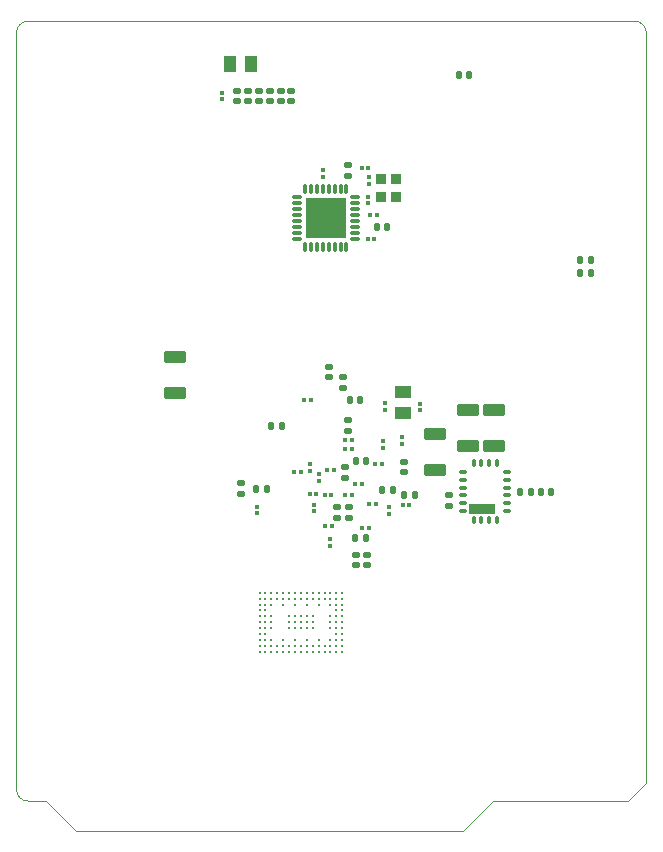
<source format=gbp>
%FSLAX44Y44*%
%MOMM*%
G71*
G01*
G75*
G04 Layer_Color=128*
%ADD10C,0.1500*%
G04:AMPARAMS|DCode=11|XSize=1.82mm|YSize=1.07mm|CornerRadius=0.107mm|HoleSize=0mm|Usage=FLASHONLY|Rotation=180.000|XOffset=0mm|YOffset=0mm|HoleType=Round|Shape=RoundedRectangle|*
%AMROUNDEDRECTD11*
21,1,1.8200,0.8560,0,0,180.0*
21,1,1.6060,1.0700,0,0,180.0*
1,1,0.2140,-0.8030,0.4280*
1,1,0.2140,0.8030,0.4280*
1,1,0.2140,0.8030,-0.4280*
1,1,0.2140,-0.8030,-0.4280*
%
%ADD11ROUNDEDRECTD11*%
G04:AMPARAMS|DCode=12|XSize=0.8mm|YSize=0.8mm|CornerRadius=0.08mm|HoleSize=0mm|Usage=FLASHONLY|Rotation=0.000|XOffset=0mm|YOffset=0mm|HoleType=Round|Shape=RoundedRectangle|*
%AMROUNDEDRECTD12*
21,1,0.8000,0.6400,0,0,0.0*
21,1,0.6400,0.8000,0,0,0.0*
1,1,0.1600,0.3200,-0.3200*
1,1,0.1600,-0.3200,-0.3200*
1,1,0.1600,-0.3200,0.3200*
1,1,0.1600,0.3200,0.3200*
%
%ADD12ROUNDEDRECTD12*%
G04:AMPARAMS|DCode=13|XSize=2mm|YSize=1.1mm|CornerRadius=0.11mm|HoleSize=0mm|Usage=FLASHONLY|Rotation=0.000|XOffset=0mm|YOffset=0mm|HoleType=Round|Shape=RoundedRectangle|*
%AMROUNDEDRECTD13*
21,1,2.0000,0.8800,0,0,0.0*
21,1,1.7800,1.1000,0,0,0.0*
1,1,0.2200,0.8900,-0.4400*
1,1,0.2200,-0.8900,-0.4400*
1,1,0.2200,-0.8900,0.4400*
1,1,0.2200,0.8900,0.4400*
%
%ADD13ROUNDEDRECTD13*%
G04:AMPARAMS|DCode=14|XSize=0.6mm|YSize=0.5mm|CornerRadius=0.05mm|HoleSize=0mm|Usage=FLASHONLY|Rotation=180.000|XOffset=0mm|YOffset=0mm|HoleType=Round|Shape=RoundedRectangle|*
%AMROUNDEDRECTD14*
21,1,0.6000,0.4000,0,0,180.0*
21,1,0.5000,0.5000,0,0,180.0*
1,1,0.1000,-0.2500,0.2000*
1,1,0.1000,0.2500,0.2000*
1,1,0.1000,0.2500,-0.2000*
1,1,0.1000,-0.2500,-0.2000*
%
%ADD14ROUNDEDRECTD14*%
G04:AMPARAMS|DCode=15|XSize=0.4mm|YSize=0.37mm|CornerRadius=0.037mm|HoleSize=0mm|Usage=FLASHONLY|Rotation=180.000|XOffset=0mm|YOffset=0mm|HoleType=Round|Shape=RoundedRectangle|*
%AMROUNDEDRECTD15*
21,1,0.4000,0.2960,0,0,180.0*
21,1,0.3260,0.3700,0,0,180.0*
1,1,0.0740,-0.1630,0.1480*
1,1,0.0740,0.1630,0.1480*
1,1,0.0740,0.1630,-0.1480*
1,1,0.0740,-0.1630,-0.1480*
%
%ADD15ROUNDEDRECTD15*%
G04:AMPARAMS|DCode=16|XSize=0.4mm|YSize=0.37mm|CornerRadius=0.037mm|HoleSize=0mm|Usage=FLASHONLY|Rotation=90.000|XOffset=0mm|YOffset=0mm|HoleType=Round|Shape=RoundedRectangle|*
%AMROUNDEDRECTD16*
21,1,0.4000,0.2960,0,0,90.0*
21,1,0.3260,0.3700,0,0,90.0*
1,1,0.0740,0.1480,0.1630*
1,1,0.0740,0.1480,-0.1630*
1,1,0.0740,-0.1480,-0.1630*
1,1,0.0740,-0.1480,0.1630*
%
%ADD16ROUNDEDRECTD16*%
G04:AMPARAMS|DCode=17|XSize=1.38mm|YSize=1.05mm|CornerRadius=0.105mm|HoleSize=0mm|Usage=FLASHONLY|Rotation=180.000|XOffset=0mm|YOffset=0mm|HoleType=Round|Shape=RoundedRectangle|*
%AMROUNDEDRECTD17*
21,1,1.3800,0.8400,0,0,180.0*
21,1,1.1700,1.0500,0,0,180.0*
1,1,0.2100,-0.5850,0.4200*
1,1,0.2100,0.5850,0.4200*
1,1,0.2100,0.5850,-0.4200*
1,1,0.2100,-0.5850,-0.4200*
%
%ADD17ROUNDEDRECTD17*%
%ADD18O,1.4000X0.6000*%
G04:AMPARAMS|DCode=19|XSize=1mm|YSize=1mm|CornerRadius=0.25mm|HoleSize=0mm|Usage=FLASHONLY|Rotation=180.000|XOffset=0mm|YOffset=0mm|HoleType=Round|Shape=RoundedRectangle|*
%AMROUNDEDRECTD19*
21,1,1.0000,0.5000,0,0,180.0*
21,1,0.5000,1.0000,0,0,180.0*
1,1,0.5000,-0.2500,0.2500*
1,1,0.5000,0.2500,0.2500*
1,1,0.5000,0.2500,-0.2500*
1,1,0.5000,-0.2500,-0.2500*
%
%ADD19ROUNDEDRECTD19*%
G04:AMPARAMS|DCode=20|XSize=1mm|YSize=1.4mm|CornerRadius=0.25mm|HoleSize=0mm|Usage=FLASHONLY|Rotation=180.000|XOffset=0mm|YOffset=0mm|HoleType=Round|Shape=RoundedRectangle|*
%AMROUNDEDRECTD20*
21,1,1.0000,0.9000,0,0,180.0*
21,1,0.5000,1.4000,0,0,180.0*
1,1,0.5000,-0.2500,0.4500*
1,1,0.5000,0.2500,0.4500*
1,1,0.5000,0.2500,-0.4500*
1,1,0.5000,-0.2500,-0.4500*
%
%ADD20ROUNDEDRECTD20*%
%ADD21O,0.8200X0.2700*%
%ADD22O,0.2700X0.8200*%
%ADD23R,4.4500X4.4500*%
%ADD24R,0.7400X0.5400*%
G04:AMPARAMS|DCode=25|XSize=0.93mm|YSize=0.89mm|CornerRadius=0.089mm|HoleSize=0mm|Usage=FLASHONLY|Rotation=180.000|XOffset=0mm|YOffset=0mm|HoleType=Round|Shape=RoundedRectangle|*
%AMROUNDEDRECTD25*
21,1,0.9300,0.7120,0,0,180.0*
21,1,0.7520,0.8900,0,0,180.0*
1,1,0.1780,-0.3760,0.3560*
1,1,0.1780,0.3760,0.3560*
1,1,0.1780,0.3760,-0.3560*
1,1,0.1780,-0.3760,-0.3560*
%
%ADD25ROUNDEDRECTD25*%
G04:AMPARAMS|DCode=26|XSize=1.9mm|YSize=1.35mm|CornerRadius=0.135mm|HoleSize=0mm|Usage=FLASHONLY|Rotation=180.000|XOffset=0mm|YOffset=0mm|HoleType=Round|Shape=RoundedRectangle|*
%AMROUNDEDRECTD26*
21,1,1.9000,1.0800,0,0,180.0*
21,1,1.6300,1.3500,0,0,180.0*
1,1,0.2700,-0.8150,0.5400*
1,1,0.2700,0.8150,0.5400*
1,1,0.2700,0.8150,-0.5400*
1,1,0.2700,-0.8150,-0.5400*
%
%ADD26ROUNDEDRECTD26*%
G04:AMPARAMS|DCode=27|XSize=1.2mm|YSize=1mm|CornerRadius=0.1mm|HoleSize=0mm|Usage=FLASHONLY|Rotation=180.000|XOffset=0mm|YOffset=0mm|HoleType=Round|Shape=RoundedRectangle|*
%AMROUNDEDRECTD27*
21,1,1.2000,0.8000,0,0,180.0*
21,1,1.0000,1.0000,0,0,180.0*
1,1,0.2000,-0.5000,0.4000*
1,1,0.2000,0.5000,0.4000*
1,1,0.2000,0.5000,-0.4000*
1,1,0.2000,-0.5000,-0.4000*
%
%ADD27ROUNDEDRECTD27*%
G04:AMPARAMS|DCode=28|XSize=0.75mm|YSize=1.1mm|CornerRadius=0.075mm|HoleSize=0mm|Usage=FLASHONLY|Rotation=180.000|XOffset=0mm|YOffset=0mm|HoleType=Round|Shape=RoundedRectangle|*
%AMROUNDEDRECTD28*
21,1,0.7500,0.9500,0,0,180.0*
21,1,0.6000,1.1000,0,0,180.0*
1,1,0.1500,-0.3000,0.4750*
1,1,0.1500,0.3000,0.4750*
1,1,0.1500,0.3000,-0.4750*
1,1,0.1500,-0.3000,-0.4750*
%
%ADD28ROUNDEDRECTD28*%
G04:AMPARAMS|DCode=29|XSize=1.8mm|YSize=1.17mm|CornerRadius=0.117mm|HoleSize=0mm|Usage=FLASHONLY|Rotation=90.000|XOffset=0mm|YOffset=0mm|HoleType=Round|Shape=RoundedRectangle|*
%AMROUNDEDRECTD29*
21,1,1.8000,0.9360,0,0,90.0*
21,1,1.5660,1.1700,0,0,90.0*
1,1,0.2340,0.4680,0.7830*
1,1,0.2340,0.4680,-0.7830*
1,1,0.2340,-0.4680,-0.7830*
1,1,0.2340,-0.4680,0.7830*
%
%ADD29ROUNDEDRECTD29*%
G04:AMPARAMS|DCode=30|XSize=1.55mm|YSize=1.35mm|CornerRadius=0.135mm|HoleSize=0mm|Usage=FLASHONLY|Rotation=180.000|XOffset=0mm|YOffset=0mm|HoleType=Round|Shape=RoundedRectangle|*
%AMROUNDEDRECTD30*
21,1,1.5500,1.0800,0,0,180.0*
21,1,1.2800,1.3500,0,0,180.0*
1,1,0.2700,-0.6400,0.5400*
1,1,0.2700,0.6400,0.5400*
1,1,0.2700,0.6400,-0.5400*
1,1,0.2700,-0.6400,-0.5400*
%
%ADD30ROUNDEDRECTD30*%
%ADD31C,0.3500*%
G04:AMPARAMS|DCode=32|XSize=0.6mm|YSize=0.5mm|CornerRadius=0.05mm|HoleSize=0mm|Usage=FLASHONLY|Rotation=90.000|XOffset=0mm|YOffset=0mm|HoleType=Round|Shape=RoundedRectangle|*
%AMROUNDEDRECTD32*
21,1,0.6000,0.4000,0,0,90.0*
21,1,0.5000,0.5000,0,0,90.0*
1,1,0.1000,0.2000,0.2500*
1,1,0.1000,0.2000,-0.2500*
1,1,0.1000,-0.2000,-0.2500*
1,1,0.1000,-0.2000,0.2500*
%
%ADD32ROUNDEDRECTD32*%
G04:AMPARAMS|DCode=33|XSize=0.41mm|YSize=0.37mm|CornerRadius=0.037mm|HoleSize=0mm|Usage=FLASHONLY|Rotation=180.000|XOffset=0mm|YOffset=0mm|HoleType=Round|Shape=RoundedRectangle|*
%AMROUNDEDRECTD33*
21,1,0.4100,0.2960,0,0,180.0*
21,1,0.3360,0.3700,0,0,180.0*
1,1,0.0740,-0.1680,0.1480*
1,1,0.0740,0.1680,0.1480*
1,1,0.0740,0.1680,-0.1480*
1,1,0.0740,-0.1680,-0.1480*
%
%ADD33ROUNDEDRECTD33*%
G04:AMPARAMS|DCode=34|XSize=0.3mm|YSize=0.6mm|CornerRadius=0.0495mm|HoleSize=0mm|Usage=FLASHONLY|Rotation=90.000|XOffset=0mm|YOffset=0mm|HoleType=Round|Shape=RoundedRectangle|*
%AMROUNDEDRECTD34*
21,1,0.3000,0.5010,0,0,90.0*
21,1,0.2010,0.6000,0,0,90.0*
1,1,0.0990,0.2505,0.1005*
1,1,0.0990,0.2505,-0.1005*
1,1,0.0990,-0.2505,-0.1005*
1,1,0.0990,-0.2505,0.1005*
%
%ADD34ROUNDEDRECTD34*%
G04:AMPARAMS|DCode=35|XSize=0.3mm|YSize=0.6mm|CornerRadius=0.0495mm|HoleSize=0mm|Usage=FLASHONLY|Rotation=0.000|XOffset=0mm|YOffset=0mm|HoleType=Round|Shape=RoundedRectangle|*
%AMROUNDEDRECTD35*
21,1,0.3000,0.5010,0,0,0.0*
21,1,0.2010,0.6000,0,0,0.0*
1,1,0.0990,0.1005,-0.2505*
1,1,0.0990,-0.1005,-0.2505*
1,1,0.0990,-0.1005,0.2505*
1,1,0.0990,0.1005,0.2505*
%
%ADD35ROUNDEDRECTD35*%
%ADD36R,0.9000X2.2500*%
%ADD37R,2.2500X0.9000*%
%ADD38R,1.5500X1.8500*%
%ADD39O,1.4500X0.4500*%
G04:AMPARAMS|DCode=40|XSize=1mm|YSize=1.4mm|CornerRadius=0.25mm|HoleSize=0mm|Usage=FLASHONLY|Rotation=90.000|XOffset=0mm|YOffset=0mm|HoleType=Round|Shape=RoundedRectangle|*
%AMROUNDEDRECTD40*
21,1,1.0000,0.9000,0,0,90.0*
21,1,0.5000,1.4000,0,0,90.0*
1,1,0.5000,0.4500,0.2500*
1,1,0.5000,0.4500,-0.2500*
1,1,0.5000,-0.4500,-0.2500*
1,1,0.5000,-0.4500,0.2500*
%
%ADD40ROUNDEDRECTD40*%
G04:AMPARAMS|DCode=41|XSize=1mm|YSize=1mm|CornerRadius=0.25mm|HoleSize=0mm|Usage=FLASHONLY|Rotation=90.000|XOffset=0mm|YOffset=0mm|HoleType=Round|Shape=RoundedRectangle|*
%AMROUNDEDRECTD41*
21,1,1.0000,0.5000,0,0,90.0*
21,1,0.5000,1.0000,0,0,90.0*
1,1,0.5000,0.2500,0.2500*
1,1,0.5000,0.2500,-0.2500*
1,1,0.5000,-0.2500,-0.2500*
1,1,0.5000,-0.2500,0.2500*
%
%ADD41ROUNDEDRECTD41*%
%ADD42O,0.4000X0.9500*%
%ADD43O,0.6000X1.6000*%
G04:AMPARAMS|DCode=44|XSize=1.82mm|YSize=1.07mm|CornerRadius=0.107mm|HoleSize=0mm|Usage=FLASHONLY|Rotation=270.000|XOffset=0mm|YOffset=0mm|HoleType=Round|Shape=RoundedRectangle|*
%AMROUNDEDRECTD44*
21,1,1.8200,0.8560,0,0,270.0*
21,1,1.6060,1.0700,0,0,270.0*
1,1,0.2140,-0.4280,-0.8030*
1,1,0.2140,-0.4280,0.8030*
1,1,0.2140,0.4280,0.8030*
1,1,0.2140,0.4280,-0.8030*
%
%ADD44ROUNDEDRECTD44*%
%ADD45C,1.0000*%
G04:AMPARAMS|DCode=46|XSize=2.1mm|YSize=1.6mm|CornerRadius=0.4mm|HoleSize=0mm|Usage=FLASHONLY|Rotation=180.000|XOffset=0mm|YOffset=0mm|HoleType=Round|Shape=RoundedRectangle|*
%AMROUNDEDRECTD46*
21,1,2.1000,0.8000,0,0,180.0*
21,1,1.3000,1.6000,0,0,180.0*
1,1,0.8000,-0.6500,0.4000*
1,1,0.8000,0.6500,0.4000*
1,1,0.8000,0.6500,-0.4000*
1,1,0.8000,-0.6500,-0.4000*
%
%ADD46ROUNDEDRECTD46*%
%ADD47O,0.4000X1.3500*%
G04:AMPARAMS|DCode=48|XSize=1.8mm|YSize=1.9mm|CornerRadius=0.45mm|HoleSize=0mm|Usage=FLASHONLY|Rotation=180.000|XOffset=0mm|YOffset=0mm|HoleType=Round|Shape=RoundedRectangle|*
%AMROUNDEDRECTD48*
21,1,1.8000,1.0000,0,0,180.0*
21,1,0.9000,1.9000,0,0,180.0*
1,1,0.9000,-0.4500,0.5000*
1,1,0.9000,0.4500,0.5000*
1,1,0.9000,0.4500,-0.5000*
1,1,0.9000,-0.4500,-0.5000*
%
%ADD48ROUNDEDRECTD48*%
%ADD49R,1.9000X1.9000*%
G04:AMPARAMS|DCode=50|XSize=0.9mm|YSize=0.8mm|CornerRadius=0.08mm|HoleSize=0mm|Usage=FLASHONLY|Rotation=90.000|XOffset=0mm|YOffset=0mm|HoleType=Round|Shape=RoundedRectangle|*
%AMROUNDEDRECTD50*
21,1,0.9000,0.6400,0,0,90.0*
21,1,0.7400,0.8000,0,0,90.0*
1,1,0.1600,0.3200,0.3700*
1,1,0.1600,0.3200,-0.3700*
1,1,0.1600,-0.3200,-0.3700*
1,1,0.1600,-0.3200,0.3700*
%
%ADD50ROUNDEDRECTD50*%
G04:AMPARAMS|DCode=51|XSize=0.9mm|YSize=1mm|CornerRadius=0.09mm|HoleSize=0mm|Usage=FLASHONLY|Rotation=180.000|XOffset=0mm|YOffset=0mm|HoleType=Round|Shape=RoundedRectangle|*
%AMROUNDEDRECTD51*
21,1,0.9000,0.8200,0,0,180.0*
21,1,0.7200,1.0000,0,0,180.0*
1,1,0.1800,-0.3600,0.4100*
1,1,0.1800,0.3600,0.4100*
1,1,0.1800,0.3600,-0.4100*
1,1,0.1800,-0.3600,-0.4100*
%
%ADD51ROUNDEDRECTD51*%
G04:AMPARAMS|DCode=52|XSize=1.7mm|YSize=0.55mm|CornerRadius=0.055mm|HoleSize=0mm|Usage=FLASHONLY|Rotation=180.000|XOffset=0mm|YOffset=0mm|HoleType=Round|Shape=RoundedRectangle|*
%AMROUNDEDRECTD52*
21,1,1.7000,0.4400,0,0,180.0*
21,1,1.5900,0.5500,0,0,180.0*
1,1,0.1100,-0.7950,0.2200*
1,1,0.1100,0.7950,0.2200*
1,1,0.1100,0.7950,-0.2200*
1,1,0.1100,-0.7950,-0.2200*
%
%ADD52ROUNDEDRECTD52*%
%ADD53O,1.5500X0.6000*%
G04:AMPARAMS|DCode=54|XSize=0.93mm|YSize=0.89mm|CornerRadius=0.089mm|HoleSize=0mm|Usage=FLASHONLY|Rotation=90.000|XOffset=0mm|YOffset=0mm|HoleType=Round|Shape=RoundedRectangle|*
%AMROUNDEDRECTD54*
21,1,0.9300,0.7120,0,0,90.0*
21,1,0.7520,0.8900,0,0,90.0*
1,1,0.1780,0.3560,0.3760*
1,1,0.1780,0.3560,-0.3760*
1,1,0.1780,-0.3560,-0.3760*
1,1,0.1780,-0.3560,0.3760*
%
%ADD54ROUNDEDRECTD54*%
%ADD55C,0.1000*%
%ADD56C,0.2000*%
%ADD57C,0.5000*%
%ADD58C,0.3000*%
%ADD59C,0.4000*%
%ADD60C,0.0750*%
%ADD61C,0.0800*%
%ADD62C,0.7000*%
%ADD63C,0.1200*%
%ADD64C,1.5000*%
%ADD65R,1.3500X1.3500*%
%ADD66R,1.5000X1.5000*%
%ADD67R,1.5000X1.5000*%
%ADD68C,0.4500*%
%ADD69C,0.6000*%
G04:AMPARAMS|DCode=70|XSize=1.38mm|YSize=1.05mm|CornerRadius=0.105mm|HoleSize=0mm|Usage=FLASHONLY|Rotation=270.000|XOffset=0mm|YOffset=0mm|HoleType=Round|Shape=RoundedRectangle|*
%AMROUNDEDRECTD70*
21,1,1.3800,0.8400,0,0,270.0*
21,1,1.1700,1.0500,0,0,270.0*
1,1,0.2100,-0.4200,-0.5850*
1,1,0.2100,-0.4200,0.5850*
1,1,0.2100,0.4200,0.5850*
1,1,0.2100,0.4200,-0.5850*
%
%ADD70ROUNDEDRECTD70*%
%ADD71O,0.2600X0.9000*%
%ADD72O,0.9000X0.2600*%
%ADD73R,3.4500X3.4500*%
%ADD74C,0.2500*%
%ADD75C,0.2500*%
%ADD76C,2.0000*%
%ADD77C,0.2000*%
D11*
X134500Y371050D02*
D03*
Y401550D02*
D03*
X404700Y356950D02*
D03*
Y326450D02*
D03*
X382200Y356950D02*
D03*
Y326450D02*
D03*
X354200Y336150D02*
D03*
Y305650D02*
D03*
D14*
X214900Y626800D02*
D03*
Y617800D02*
D03*
X223900Y626800D02*
D03*
Y617800D02*
D03*
X232900Y626800D02*
D03*
Y617800D02*
D03*
X187200Y626800D02*
D03*
Y617800D02*
D03*
X196200Y626800D02*
D03*
Y617800D02*
D03*
X205500Y626800D02*
D03*
Y617800D02*
D03*
X287180Y234130D02*
D03*
Y225130D02*
D03*
X190200Y285400D02*
D03*
Y294400D02*
D03*
X271260Y265520D02*
D03*
Y274520D02*
D03*
X281320D02*
D03*
Y265520D02*
D03*
X280900Y338800D02*
D03*
Y347800D02*
D03*
X327900Y303900D02*
D03*
Y312900D02*
D03*
X276800Y375100D02*
D03*
Y384100D02*
D03*
X264900Y384300D02*
D03*
Y393300D02*
D03*
X296520Y225000D02*
D03*
Y234000D02*
D03*
X278400Y299400D02*
D03*
Y308400D02*
D03*
X280600Y564000D02*
D03*
Y555000D02*
D03*
X366700Y284200D02*
D03*
Y275200D02*
D03*
D15*
X342100Y362050D02*
D03*
Y356350D02*
D03*
X326600Y333450D02*
D03*
Y327750D02*
D03*
X312400Y362150D02*
D03*
Y356450D02*
D03*
X249000Y305050D02*
D03*
Y310750D02*
D03*
X256200Y296550D02*
D03*
Y302250D02*
D03*
X265200Y241370D02*
D03*
Y247070D02*
D03*
X315500Y268450D02*
D03*
Y274150D02*
D03*
X310100Y330200D02*
D03*
Y324500D02*
D03*
X251960Y276470D02*
D03*
Y270770D02*
D03*
X298000Y537250D02*
D03*
Y531550D02*
D03*
X259700Y554050D02*
D03*
Y559750D02*
D03*
X298500Y553750D02*
D03*
Y548050D02*
D03*
X204100Y268950D02*
D03*
Y274650D02*
D03*
X174000Y625250D02*
D03*
Y619550D02*
D03*
D16*
X309650Y311200D02*
D03*
X303950D02*
D03*
X243550Y364600D02*
D03*
X249250D02*
D03*
X292350Y561300D02*
D03*
X298050D02*
D03*
X278050Y331300D02*
D03*
X283750D02*
D03*
Y284800D02*
D03*
X278050D02*
D03*
X304190Y277270D02*
D03*
X298490D02*
D03*
X248250Y285300D02*
D03*
X253950D02*
D03*
X266650Y284400D02*
D03*
X260950D02*
D03*
X278050Y323800D02*
D03*
X283750D02*
D03*
X292450Y293700D02*
D03*
X286750D02*
D03*
X299450Y521800D02*
D03*
X305150D02*
D03*
X263150Y305500D02*
D03*
X268850D02*
D03*
X267110Y258080D02*
D03*
X261410D02*
D03*
X292780Y256610D02*
D03*
X298480D02*
D03*
X327070Y276220D02*
D03*
X332770D02*
D03*
X297350Y501700D02*
D03*
X303050D02*
D03*
X235450Y303800D02*
D03*
X241150D02*
D03*
D17*
X327600Y354100D02*
D03*
Y371900D02*
D03*
D32*
X374600Y640100D02*
D03*
X383600D02*
D03*
X282200Y364600D02*
D03*
X291200D02*
D03*
X224900Y343000D02*
D03*
X215900D02*
D03*
X212300Y289300D02*
D03*
X203300D02*
D03*
X314100Y511800D02*
D03*
X305100D02*
D03*
X309900Y288800D02*
D03*
X318900D02*
D03*
X296400Y313400D02*
D03*
X287400D02*
D03*
X426600Y287500D02*
D03*
X435600D02*
D03*
X444000D02*
D03*
X453000D02*
D03*
X295960Y248030D02*
D03*
X286960D02*
D03*
X328300Y284760D02*
D03*
X337300D02*
D03*
X486100Y472200D02*
D03*
X477100D02*
D03*
X486100Y483300D02*
D03*
X477100D02*
D03*
D34*
X415800Y271250D02*
D03*
Y277750D02*
D03*
Y284250D02*
D03*
Y290750D02*
D03*
Y297250D02*
D03*
Y303750D02*
D03*
X377800Y303750D02*
D03*
Y297250D02*
D03*
Y290750D02*
D03*
Y284250D02*
D03*
Y277750D02*
D03*
Y271250D02*
D03*
D35*
X387050Y263500D02*
D03*
X406550D02*
D03*
X400050D02*
D03*
X393550D02*
D03*
Y311500D02*
D03*
X400050D02*
D03*
X406550D02*
D03*
X387050D02*
D03*
D37*
X394050Y273000D02*
D03*
D50*
X309100Y552300D02*
D03*
Y537300D02*
D03*
X321100D02*
D03*
Y552300D02*
D03*
D55*
X0Y35400D02*
G03*
X10000Y25400I10000J0D01*
G01*
Y685800D02*
G03*
X0Y675800I0J-10000D01*
G01*
X533400D02*
G03*
X523400Y685800I-10000J0D01*
G01*
X0Y35400D02*
Y675800D01*
X10000Y685800D02*
X523400D01*
X533400Y40600D02*
Y675800D01*
X10000Y25400D02*
X25400D01*
X403900D02*
X518200D01*
X378500Y0D02*
X403900Y25400D01*
X50800Y0D02*
X378500D01*
X25400Y25400D02*
X50800Y0D01*
X518200Y25400D02*
X533400Y40600D01*
D70*
X180500Y649200D02*
D03*
X198300D02*
D03*
D71*
X249500Y543600D02*
D03*
X254500D02*
D03*
X279500Y494800D02*
D03*
X274500D02*
D03*
X269500D02*
D03*
X264500D02*
D03*
X259500D02*
D03*
X254500D02*
D03*
X249500D02*
D03*
X244500D02*
D03*
Y543600D02*
D03*
X259500D02*
D03*
X264500D02*
D03*
X269500D02*
D03*
X274500D02*
D03*
X279500D02*
D03*
D72*
X237600Y501700D02*
D03*
Y506700D02*
D03*
Y511700D02*
D03*
Y516700D02*
D03*
Y521700D02*
D03*
Y526700D02*
D03*
Y531700D02*
D03*
Y536700D02*
D03*
X286400D02*
D03*
Y531700D02*
D03*
Y526700D02*
D03*
Y521700D02*
D03*
Y516700D02*
D03*
Y511700D02*
D03*
Y506700D02*
D03*
Y501700D02*
D03*
D73*
X262000Y519200D02*
D03*
D74*
X205900Y201800D02*
D03*
Y196800D02*
D03*
Y191800D02*
D03*
Y186800D02*
D03*
Y181800D02*
D03*
Y176800D02*
D03*
Y171800D02*
D03*
Y166800D02*
D03*
Y161800D02*
D03*
Y156800D02*
D03*
Y151800D02*
D03*
X210900Y201800D02*
D03*
Y196800D02*
D03*
Y191800D02*
D03*
Y186800D02*
D03*
Y181800D02*
D03*
Y176800D02*
D03*
Y171800D02*
D03*
Y166800D02*
D03*
Y161800D02*
D03*
Y156800D02*
D03*
Y151800D02*
D03*
X215900Y201800D02*
D03*
Y196800D02*
D03*
Y191800D02*
D03*
Y181800D02*
D03*
Y176800D02*
D03*
Y171800D02*
D03*
Y161800D02*
D03*
Y156800D02*
D03*
Y151800D02*
D03*
X220900Y201800D02*
D03*
Y196800D02*
D03*
Y156800D02*
D03*
Y151800D02*
D03*
X225900Y201800D02*
D03*
Y196800D02*
D03*
Y191800D02*
D03*
Y161800D02*
D03*
Y156800D02*
D03*
Y151800D02*
D03*
X230900Y201800D02*
D03*
Y196800D02*
D03*
Y181800D02*
D03*
Y176800D02*
D03*
Y171800D02*
D03*
X235900Y201800D02*
D03*
Y196800D02*
D03*
Y191800D02*
D03*
Y181800D02*
D03*
Y176800D02*
D03*
Y171800D02*
D03*
Y161800D02*
D03*
Y156800D02*
D03*
Y151800D02*
D03*
X240900Y201800D02*
D03*
Y196800D02*
D03*
Y181800D02*
D03*
Y176800D02*
D03*
Y171800D02*
D03*
Y156800D02*
D03*
Y151800D02*
D03*
X245900Y201800D02*
D03*
Y196800D02*
D03*
Y191800D02*
D03*
Y181800D02*
D03*
Y176800D02*
D03*
Y171800D02*
D03*
Y161800D02*
D03*
Y156800D02*
D03*
Y151800D02*
D03*
X250900Y201800D02*
D03*
Y196800D02*
D03*
Y181800D02*
D03*
Y176800D02*
D03*
Y171800D02*
D03*
Y156800D02*
D03*
Y151800D02*
D03*
X255900Y201800D02*
D03*
Y196800D02*
D03*
Y191800D02*
D03*
Y161800D02*
D03*
Y156800D02*
D03*
Y151800D02*
D03*
X260900Y201800D02*
D03*
Y196800D02*
D03*
Y156800D02*
D03*
Y151800D02*
D03*
X265900Y201800D02*
D03*
Y196800D02*
D03*
Y191800D02*
D03*
Y181800D02*
D03*
Y176800D02*
D03*
Y171800D02*
D03*
Y161800D02*
D03*
Y156800D02*
D03*
Y151800D02*
D03*
X270900Y201800D02*
D03*
Y196800D02*
D03*
Y191800D02*
D03*
Y186800D02*
D03*
Y181800D02*
D03*
Y176800D02*
D03*
Y171800D02*
D03*
Y166800D02*
D03*
Y161800D02*
D03*
Y156800D02*
D03*
Y151800D02*
D03*
X275900Y201800D02*
D03*
Y196800D02*
D03*
Y191800D02*
D03*
Y186800D02*
D03*
Y181800D02*
D03*
Y176800D02*
D03*
Y171800D02*
D03*
Y166800D02*
D03*
Y161800D02*
D03*
Y156800D02*
D03*
Y151800D02*
D03*
X230900D02*
D03*
Y156800D02*
D03*
M02*

</source>
